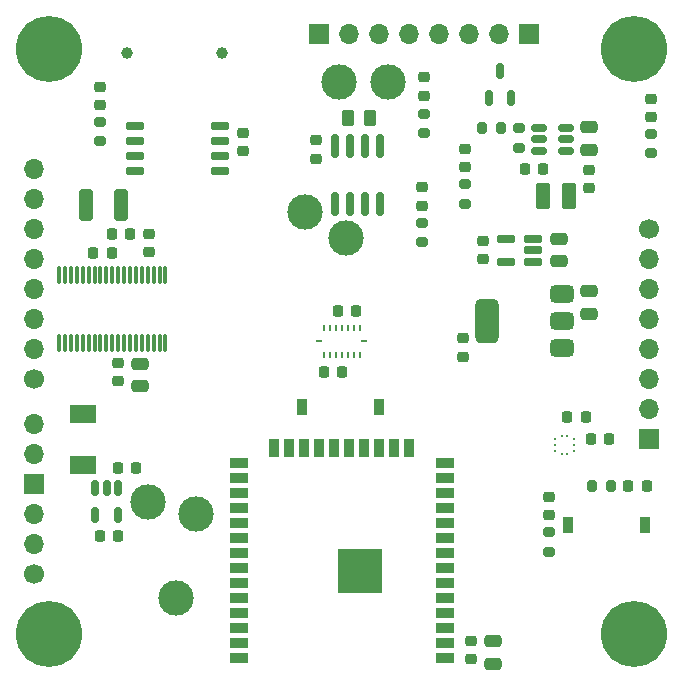
<source format=gts>
G04 #@! TF.GenerationSoftware,KiCad,Pcbnew,9.0.0*
G04 #@! TF.CreationDate,2025-02-28T23:09:54-08:00*
G04 #@! TF.ProjectId,Constellation Stack V3.0,436f6e73-7465-46c6-9c61-74696f6e2053,rev?*
G04 #@! TF.SameCoordinates,Original*
G04 #@! TF.FileFunction,Soldermask,Top*
G04 #@! TF.FilePolarity,Negative*
%FSLAX46Y46*%
G04 Gerber Fmt 4.6, Leading zero omitted, Abs format (unit mm)*
G04 Created by KiCad (PCBNEW 9.0.0) date 2025-02-28 23:09:54*
%MOMM*%
%LPD*%
G01*
G04 APERTURE LIST*
G04 Aperture macros list*
%AMRoundRect*
0 Rectangle with rounded corners*
0 $1 Rounding radius*
0 $2 $3 $4 $5 $6 $7 $8 $9 X,Y pos of 4 corners*
0 Add a 4 corners polygon primitive as box body*
4,1,4,$2,$3,$4,$5,$6,$7,$8,$9,$2,$3,0*
0 Add four circle primitives for the rounded corners*
1,1,$1+$1,$2,$3*
1,1,$1+$1,$4,$5*
1,1,$1+$1,$6,$7*
1,1,$1+$1,$8,$9*
0 Add four rect primitives between the rounded corners*
20,1,$1+$1,$2,$3,$4,$5,0*
20,1,$1+$1,$4,$5,$6,$7,0*
20,1,$1+$1,$6,$7,$8,$9,0*
20,1,$1+$1,$8,$9,$2,$3,0*%
G04 Aperture macros list end*
%ADD10RoundRect,0.218750X-0.256250X0.218750X-0.256250X-0.218750X0.256250X-0.218750X0.256250X0.218750X0*%
%ADD11RoundRect,0.250000X-0.262500X-0.450000X0.262500X-0.450000X0.262500X0.450000X-0.262500X0.450000X0*%
%ADD12C,5.600000*%
%ADD13R,1.500000X0.900000*%
%ADD14R,0.900000X1.500000*%
%ADD15C,0.600000*%
%ADD16R,3.800000X3.800000*%
%ADD17RoundRect,0.225000X0.250000X-0.225000X0.250000X0.225000X-0.250000X0.225000X-0.250000X-0.225000X0*%
%ADD18RoundRect,0.250000X-0.475000X0.250000X-0.475000X-0.250000X0.475000X-0.250000X0.475000X0.250000X0*%
%ADD19RoundRect,0.250000X0.475000X-0.250000X0.475000X0.250000X-0.475000X0.250000X-0.475000X-0.250000X0*%
%ADD20R,0.254000X0.482600*%
%ADD21R,0.482600X0.254000*%
%ADD22RoundRect,0.375000X0.625000X0.375000X-0.625000X0.375000X-0.625000X-0.375000X0.625000X-0.375000X0*%
%ADD23RoundRect,0.500000X0.500000X1.400000X-0.500000X1.400000X-0.500000X-1.400000X0.500000X-1.400000X0*%
%ADD24RoundRect,0.150000X0.512500X0.150000X-0.512500X0.150000X-0.512500X-0.150000X0.512500X-0.150000X0*%
%ADD25RoundRect,0.225000X-0.225000X-0.250000X0.225000X-0.250000X0.225000X0.250000X-0.225000X0.250000X0*%
%ADD26RoundRect,0.225000X-0.250000X0.225000X-0.250000X-0.225000X0.250000X-0.225000X0.250000X0.225000X0*%
%ADD27RoundRect,0.218750X0.218750X0.256250X-0.218750X0.256250X-0.218750X-0.256250X0.218750X-0.256250X0*%
%ADD28RoundRect,0.200000X0.275000X-0.200000X0.275000X0.200000X-0.275000X0.200000X-0.275000X-0.200000X0*%
%ADD29RoundRect,0.150000X-0.650000X-0.150000X0.650000X-0.150000X0.650000X0.150000X-0.650000X0.150000X0*%
%ADD30RoundRect,0.200000X-0.200000X-0.275000X0.200000X-0.275000X0.200000X0.275000X-0.200000X0.275000X0*%
%ADD31R,0.889000X1.397000*%
%ADD32RoundRect,0.150000X-0.150000X0.512500X-0.150000X-0.512500X0.150000X-0.512500X0.150000X0.512500X0*%
%ADD33RoundRect,0.225000X0.225000X0.250000X-0.225000X0.250000X-0.225000X-0.250000X0.225000X-0.250000X0*%
%ADD34RoundRect,0.150000X0.650000X0.150000X-0.650000X0.150000X-0.650000X-0.150000X0.650000X-0.150000X0*%
%ADD35R,0.254000X0.279400*%
%ADD36R,0.279400X0.254000*%
%ADD37RoundRect,0.250000X-0.325000X-1.100000X0.325000X-1.100000X0.325000X1.100000X-0.325000X1.100000X0*%
%ADD38RoundRect,0.150000X0.150000X-0.512500X0.150000X0.512500X-0.150000X0.512500X-0.150000X-0.512500X0*%
%ADD39RoundRect,0.150000X0.150000X-0.825000X0.150000X0.825000X-0.150000X0.825000X-0.150000X-0.825000X0*%
%ADD40RoundRect,0.250000X-0.375000X-0.850000X0.375000X-0.850000X0.375000X0.850000X-0.375000X0.850000X0*%
%ADD41RoundRect,0.075000X-0.075000X0.662500X-0.075000X-0.662500X0.075000X-0.662500X0.075000X0.662500X0*%
%ADD42RoundRect,0.200000X0.200000X0.275000X-0.200000X0.275000X-0.200000X-0.275000X0.200000X-0.275000X0*%
%ADD43R,2.209800X1.574800*%
%ADD44C,3.000000*%
%ADD45C,1.700000*%
%ADD46O,1.700000X1.700000*%
%ADD47R,1.700000X1.700000*%
%ADD48C,1.000000*%
G04 APERTURE END LIST*
D10*
X33520000Y-32412499D03*
X33520000Y-33987501D03*
D11*
X54530000Y-35071600D03*
X56355000Y-35071600D03*
D12*
X78740000Y-78740000D03*
D13*
X62725000Y-80800000D03*
X62725000Y-79530000D03*
X62725000Y-78260000D03*
X62725000Y-76990000D03*
X62725000Y-75720000D03*
X62725000Y-74450000D03*
X62725000Y-73180000D03*
X62725000Y-71910000D03*
X62725000Y-70640000D03*
X62725000Y-69370000D03*
X62725000Y-68100000D03*
X62725000Y-66830000D03*
X62725000Y-65560000D03*
X62725000Y-64290000D03*
D14*
X59690000Y-63040000D03*
X58420000Y-63040000D03*
X57150000Y-63040001D03*
X55880000Y-63040000D03*
X54610000Y-63040000D03*
X53340000Y-63040000D03*
X52070000Y-63040000D03*
X50800000Y-63040001D03*
X49530000Y-63040000D03*
X48260000Y-63040000D03*
D13*
X45225000Y-64290000D03*
X45225000Y-65560000D03*
X45225000Y-66830000D03*
X45225000Y-68100000D03*
X45225000Y-69370000D03*
X45225000Y-70640000D03*
X45225000Y-71910000D03*
X45225000Y-73180000D03*
X45225000Y-74450000D03*
X45225000Y-75720000D03*
X45225000Y-76990000D03*
X45225000Y-78260000D03*
X45225000Y-79530000D03*
X45225000Y-80800000D03*
D15*
X56875000Y-74160000D03*
X56875000Y-72760000D03*
X56175000Y-74860000D03*
X56175000Y-73460000D03*
X56175000Y-72060000D03*
X55475000Y-74160000D03*
D16*
X55475000Y-73460000D03*
D15*
X55475000Y-72760000D03*
X54775000Y-74860000D03*
X54775000Y-73460000D03*
X54775000Y-72060000D03*
X54075000Y-74160000D03*
X54075000Y-72760000D03*
D17*
X74918700Y-41020800D03*
X74918700Y-39470800D03*
D18*
X74938700Y-49720800D03*
X74938700Y-51620798D03*
D19*
X36855000Y-57765999D03*
X36855000Y-55866001D03*
D17*
X71540002Y-68700000D03*
X71540002Y-67150000D03*
D12*
X29210000Y-78740000D03*
D20*
X52475000Y-52819300D03*
X52974999Y-52819300D03*
X53475001Y-52819300D03*
X53975000Y-52819300D03*
X54474999Y-52819300D03*
X54975001Y-52819300D03*
X55475000Y-52819300D03*
D21*
X55886300Y-53975000D03*
D20*
X55475000Y-55130700D03*
X54975001Y-55130700D03*
X54474999Y-55130700D03*
X53975000Y-55130700D03*
X53475001Y-55130700D03*
X52974999Y-55130700D03*
X52475000Y-55130700D03*
D21*
X52063700Y-53975000D03*
D22*
X72588700Y-54570800D03*
X72588699Y-52270800D03*
X72588700Y-49970800D03*
D23*
X66288701Y-52270800D03*
D24*
X72968700Y-37830799D03*
X72968700Y-36880800D03*
X72968700Y-35930801D03*
X70693700Y-35930801D03*
X70693700Y-36880800D03*
X70693700Y-37830799D03*
D25*
X34477500Y-44896000D03*
X36027500Y-44896000D03*
D26*
X45643800Y-36334400D03*
X45643800Y-37884400D03*
D27*
X79817051Y-66260000D03*
X78242049Y-66260000D03*
D28*
X60790000Y-45595000D03*
X60790000Y-43945000D03*
D29*
X36430400Y-35712400D03*
X36430400Y-36982400D03*
X36430400Y-38252400D03*
X36430400Y-39522400D03*
X43630400Y-39522400D03*
X43630400Y-38252400D03*
X43630400Y-36982400D03*
X43630400Y-35712400D03*
D26*
X64871600Y-79323600D03*
X64871600Y-80873600D03*
X64208699Y-53720800D03*
X64208699Y-55270800D03*
D25*
X32940000Y-46506000D03*
X34490000Y-46506000D03*
D17*
X65888700Y-47045800D03*
X65888700Y-45495800D03*
D30*
X75114550Y-66260000D03*
X76764550Y-66260000D03*
D31*
X79620001Y-69500000D03*
X73119999Y-69500000D03*
X57110451Y-59560000D03*
X50610449Y-59560000D03*
D32*
X35009998Y-66425000D03*
X34059999Y-66425000D03*
X33110000Y-66425000D03*
X33110000Y-68700000D03*
X35009998Y-68700000D03*
D28*
X33520000Y-37050000D03*
X33520000Y-35400000D03*
D33*
X35009999Y-70482500D03*
X33459999Y-70482500D03*
D28*
X68968700Y-37580801D03*
X68968700Y-35930801D03*
D34*
X70148700Y-47220800D03*
X70148700Y-46270800D03*
X70148700Y-45320800D03*
X67848700Y-45320800D03*
X67848700Y-47220800D03*
D35*
X73074701Y-61952599D03*
X72574701Y-61952599D03*
D36*
X72037301Y-62240000D03*
X72037301Y-62739999D03*
X72037301Y-63239998D03*
D35*
X72574701Y-63527399D03*
X73074701Y-63527399D03*
D36*
X73612101Y-63239998D03*
X73612101Y-62739999D03*
X73612101Y-62240000D03*
D37*
X32289999Y-42426000D03*
X35240001Y-42426000D03*
D25*
X73078300Y-60389599D03*
X74628300Y-60389599D03*
D33*
X36547499Y-64702500D03*
X34997499Y-64702500D03*
D38*
X66420002Y-33400000D03*
X68320000Y-33400000D03*
X67370001Y-31125000D03*
D25*
X75048300Y-62239599D03*
X76598300Y-62239599D03*
D19*
X72328701Y-47200798D03*
X72328701Y-45300800D03*
D39*
X53416200Y-42364200D03*
X54686200Y-42364200D03*
X55956200Y-42364200D03*
X57226200Y-42364200D03*
X57226200Y-37414200D03*
X55956200Y-37414200D03*
X54686200Y-37414200D03*
X53416200Y-37414200D03*
D10*
X80140000Y-33422499D03*
X80140000Y-34997501D03*
D40*
X71023700Y-41680800D03*
X73173700Y-41680800D03*
D12*
X78740000Y-29210000D03*
D17*
X37615000Y-46421000D03*
X37615000Y-44871000D03*
D25*
X53615000Y-51410000D03*
X55165000Y-51410000D03*
D17*
X35055200Y-57363600D03*
X35055200Y-55813600D03*
D41*
X39040000Y-48367500D03*
X38540000Y-48367500D03*
X38040000Y-48367500D03*
X37540000Y-48367500D03*
X37040000Y-48367500D03*
X36540000Y-48367500D03*
X36040000Y-48367500D03*
X35540000Y-48367500D03*
X35040000Y-48367500D03*
X34540000Y-48367500D03*
X34040000Y-48367500D03*
X33540000Y-48367500D03*
X33040000Y-48367500D03*
X32540000Y-48367500D03*
X32040000Y-48367500D03*
X31540000Y-48367500D03*
X31040000Y-48367500D03*
X30540000Y-48367500D03*
X30040000Y-48367500D03*
X30040000Y-54092500D03*
X30540000Y-54092500D03*
X31040000Y-54092500D03*
X31540000Y-54092500D03*
X32040000Y-54092500D03*
X32540000Y-54092500D03*
X33040000Y-54092500D03*
X33540000Y-54092500D03*
X34040000Y-54092500D03*
X34540000Y-54092500D03*
X35040000Y-54092500D03*
X35540000Y-54092500D03*
X36040000Y-54092500D03*
X36540000Y-54092500D03*
X37040000Y-54092500D03*
X37540000Y-54092500D03*
X38040000Y-54092500D03*
X38540000Y-54092500D03*
X39040000Y-54092500D03*
D28*
X64418700Y-42345800D03*
X64418700Y-40695800D03*
D33*
X54015000Y-56540000D03*
X52465000Y-56540000D03*
D28*
X71540002Y-71784999D03*
X71540002Y-70134999D03*
X60909200Y-36346400D03*
X60909200Y-34696400D03*
D10*
X60919199Y-31623899D03*
X60919199Y-33198901D03*
X64408700Y-37683299D03*
X64408700Y-39258301D03*
D28*
X80140000Y-38072500D03*
X80140000Y-36422500D03*
D18*
X74928700Y-35860800D03*
X74928700Y-37760798D03*
D42*
X67488700Y-35930801D03*
X65838700Y-35930801D03*
D10*
X60790000Y-40904998D03*
X60790000Y-42480000D03*
D26*
X51766700Y-36969700D03*
X51766700Y-38519700D03*
D12*
X29210000Y-29210000D03*
D18*
X66781600Y-79373600D03*
X66781600Y-81273598D03*
D25*
X69473700Y-39420800D03*
X71023700Y-39420800D03*
D43*
X32058998Y-60150499D03*
X32058998Y-64468501D03*
D44*
X50820000Y-43060000D03*
D45*
X27940000Y-73660000D03*
D46*
X27940000Y-71120000D03*
X27940000Y-68580001D03*
D47*
X27940000Y-66040000D03*
D46*
X27940000Y-63500000D03*
X27940000Y-60960000D03*
D44*
X54360000Y-45240000D03*
X37520000Y-67600000D03*
D48*
X35799999Y-29540000D03*
X43800000Y-29540000D03*
D44*
X39960000Y-75710000D03*
D45*
X27940000Y-57150000D03*
D46*
X27940000Y-54610000D03*
X27940000Y-52070000D03*
X27940000Y-49530000D03*
X27940000Y-46990000D03*
X27940000Y-44450000D03*
X27940000Y-41910000D03*
X27940000Y-39370000D03*
D47*
X69850000Y-27940000D03*
D46*
X67310000Y-27940000D03*
X64770000Y-27940000D03*
X62230000Y-27940000D03*
X59690000Y-27940000D03*
X57150000Y-27940000D03*
X54610000Y-27940000D03*
D47*
X52070000Y-27940000D03*
D44*
X53740000Y-32020000D03*
X57850000Y-31980000D03*
X41640000Y-68590000D03*
D45*
X80010000Y-44450000D03*
D46*
X80010000Y-46990000D03*
X80010000Y-49530000D03*
X80010000Y-52070000D03*
X80010000Y-54610000D03*
X80010000Y-57150000D03*
X80010000Y-59690000D03*
D47*
X80010000Y-62230000D03*
M02*

</source>
